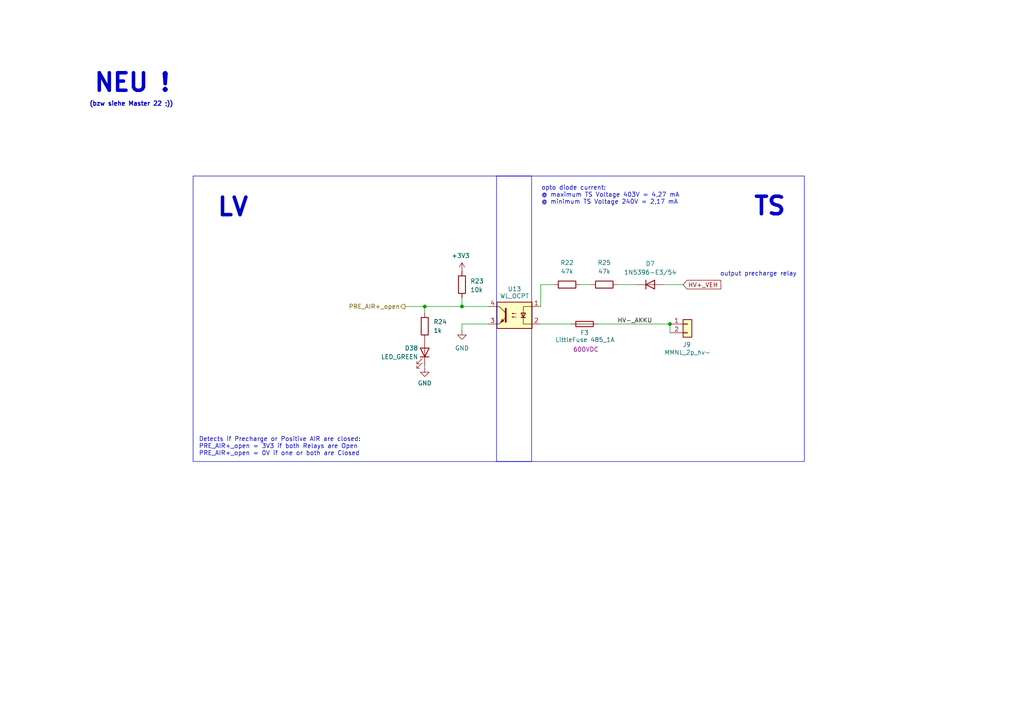
<source format=kicad_sch>
(kicad_sch
	(version 20231120)
	(generator "eeschema")
	(generator_version "8.0")
	(uuid "147e6aec-331a-4a67-bc56-2e8ecabcaa8b")
	(paper "A4")
	(lib_symbols
		(symbol "Connector_Generic:Conn_01x02"
			(pin_names
				(offset 1.016) hide)
			(exclude_from_sim no)
			(in_bom yes)
			(on_board yes)
			(property "Reference" "J"
				(at 0 2.54 0)
				(effects
					(font
						(size 1.27 1.27)
					)
				)
			)
			(property "Value" "Conn_01x02"
				(at 0 -5.08 0)
				(effects
					(font
						(size 1.27 1.27)
					)
				)
			)
			(property "Footprint" ""
				(at 0 0 0)
				(effects
					(font
						(size 1.27 1.27)
					)
					(hide yes)
				)
			)
			(property "Datasheet" "~"
				(at 0 0 0)
				(effects
					(font
						(size 1.27 1.27)
					)
					(hide yes)
				)
			)
			(property "Description" "Generic connector, single row, 01x02, script generated (kicad-library-utils/schlib/autogen/connector/)"
				(at 0 0 0)
				(effects
					(font
						(size 1.27 1.27)
					)
					(hide yes)
				)
			)
			(property "ki_keywords" "connector"
				(at 0 0 0)
				(effects
					(font
						(size 1.27 1.27)
					)
					(hide yes)
				)
			)
			(property "ki_fp_filters" "Connector*:*_1x??_*"
				(at 0 0 0)
				(effects
					(font
						(size 1.27 1.27)
					)
					(hide yes)
				)
			)
			(symbol "Conn_01x02_1_1"
				(rectangle
					(start -1.27 -2.413)
					(end 0 -2.667)
					(stroke
						(width 0.1524)
						(type default)
					)
					(fill
						(type none)
					)
				)
				(rectangle
					(start -1.27 0.127)
					(end 0 -0.127)
					(stroke
						(width 0.1524)
						(type default)
					)
					(fill
						(type none)
					)
				)
				(rectangle
					(start -1.27 1.27)
					(end 1.27 -3.81)
					(stroke
						(width 0.254)
						(type default)
					)
					(fill
						(type background)
					)
				)
				(pin passive line
					(at -5.08 0 0)
					(length 3.81)
					(name "Pin_1"
						(effects
							(font
								(size 1.27 1.27)
							)
						)
					)
					(number "1"
						(effects
							(font
								(size 1.27 1.27)
							)
						)
					)
				)
				(pin passive line
					(at -5.08 -2.54 0)
					(length 3.81)
					(name "Pin_2"
						(effects
							(font
								(size 1.27 1.27)
							)
						)
					)
					(number "2"
						(effects
							(font
								(size 1.27 1.27)
							)
						)
					)
				)
			)
		)
		(symbol "Device:D"
			(pin_numbers hide)
			(pin_names
				(offset 1.016) hide)
			(exclude_from_sim no)
			(in_bom yes)
			(on_board yes)
			(property "Reference" "D"
				(at 0 2.54 0)
				(effects
					(font
						(size 1.27 1.27)
					)
				)
			)
			(property "Value" "D"
				(at 0 -2.54 0)
				(effects
					(font
						(size 1.27 1.27)
					)
				)
			)
			(property "Footprint" ""
				(at 0 0 0)
				(effects
					(font
						(size 1.27 1.27)
					)
					(hide yes)
				)
			)
			(property "Datasheet" "~"
				(at 0 0 0)
				(effects
					(font
						(size 1.27 1.27)
					)
					(hide yes)
				)
			)
			(property "Description" "Diode"
				(at 0 0 0)
				(effects
					(font
						(size 1.27 1.27)
					)
					(hide yes)
				)
			)
			(property "ki_keywords" "diode"
				(at 0 0 0)
				(effects
					(font
						(size 1.27 1.27)
					)
					(hide yes)
				)
			)
			(property "ki_fp_filters" "TO-???* *_Diode_* *SingleDiode* D_*"
				(at 0 0 0)
				(effects
					(font
						(size 1.27 1.27)
					)
					(hide yes)
				)
			)
			(symbol "D_0_1"
				(polyline
					(pts
						(xy -1.27 1.27) (xy -1.27 -1.27)
					)
					(stroke
						(width 0.254)
						(type default)
					)
					(fill
						(type none)
					)
				)
				(polyline
					(pts
						(xy 1.27 0) (xy -1.27 0)
					)
					(stroke
						(width 0)
						(type default)
					)
					(fill
						(type none)
					)
				)
				(polyline
					(pts
						(xy 1.27 1.27) (xy 1.27 -1.27) (xy -1.27 0) (xy 1.27 1.27)
					)
					(stroke
						(width 0.254)
						(type default)
					)
					(fill
						(type none)
					)
				)
			)
			(symbol "D_1_1"
				(pin passive line
					(at -3.81 0 0)
					(length 2.54)
					(name "K"
						(effects
							(font
								(size 1.27 1.27)
							)
						)
					)
					(number "1"
						(effects
							(font
								(size 1.27 1.27)
							)
						)
					)
				)
				(pin passive line
					(at 3.81 0 180)
					(length 2.54)
					(name "A"
						(effects
							(font
								(size 1.27 1.27)
							)
						)
					)
					(number "2"
						(effects
							(font
								(size 1.27 1.27)
							)
						)
					)
				)
			)
		)
		(symbol "Device:LED"
			(pin_numbers hide)
			(pin_names
				(offset 1.016) hide)
			(exclude_from_sim no)
			(in_bom yes)
			(on_board yes)
			(property "Reference" "D"
				(at 0 2.54 0)
				(effects
					(font
						(size 1.27 1.27)
					)
				)
			)
			(property "Value" "LED"
				(at 0 -2.54 0)
				(effects
					(font
						(size 1.27 1.27)
					)
				)
			)
			(property "Footprint" ""
				(at 0 0 0)
				(effects
					(font
						(size 1.27 1.27)
					)
					(hide yes)
				)
			)
			(property "Datasheet" "~"
				(at 0 0 0)
				(effects
					(font
						(size 1.27 1.27)
					)
					(hide yes)
				)
			)
			(property "Description" "Light emitting diode"
				(at 0 0 0)
				(effects
					(font
						(size 1.27 1.27)
					)
					(hide yes)
				)
			)
			(property "ki_keywords" "LED diode"
				(at 0 0 0)
				(effects
					(font
						(size 1.27 1.27)
					)
					(hide yes)
				)
			)
			(property "ki_fp_filters" "LED* LED_SMD:* LED_THT:*"
				(at 0 0 0)
				(effects
					(font
						(size 1.27 1.27)
					)
					(hide yes)
				)
			)
			(symbol "LED_0_1"
				(polyline
					(pts
						(xy -1.27 -1.27) (xy -1.27 1.27)
					)
					(stroke
						(width 0.254)
						(type default)
					)
					(fill
						(type none)
					)
				)
				(polyline
					(pts
						(xy -1.27 0) (xy 1.27 0)
					)
					(stroke
						(width 0)
						(type default)
					)
					(fill
						(type none)
					)
				)
				(polyline
					(pts
						(xy 1.27 -1.27) (xy 1.27 1.27) (xy -1.27 0) (xy 1.27 -1.27)
					)
					(stroke
						(width 0.254)
						(type default)
					)
					(fill
						(type none)
					)
				)
				(polyline
					(pts
						(xy -3.048 -0.762) (xy -4.572 -2.286) (xy -3.81 -2.286) (xy -4.572 -2.286) (xy -4.572 -1.524)
					)
					(stroke
						(width 0)
						(type default)
					)
					(fill
						(type none)
					)
				)
				(polyline
					(pts
						(xy -1.778 -0.762) (xy -3.302 -2.286) (xy -2.54 -2.286) (xy -3.302 -2.286) (xy -3.302 -1.524)
					)
					(stroke
						(width 0)
						(type default)
					)
					(fill
						(type none)
					)
				)
			)
			(symbol "LED_1_1"
				(pin passive line
					(at -3.81 0 0)
					(length 2.54)
					(name "K"
						(effects
							(font
								(size 1.27 1.27)
							)
						)
					)
					(number "1"
						(effects
							(font
								(size 1.27 1.27)
							)
						)
					)
				)
				(pin passive line
					(at 3.81 0 180)
					(length 2.54)
					(name "A"
						(effects
							(font
								(size 1.27 1.27)
							)
						)
					)
					(number "2"
						(effects
							(font
								(size 1.27 1.27)
							)
						)
					)
				)
			)
		)
		(symbol "Device:R"
			(pin_numbers hide)
			(pin_names
				(offset 0)
			)
			(exclude_from_sim no)
			(in_bom yes)
			(on_board yes)
			(property "Reference" "R"
				(at 2.032 0 90)
				(effects
					(font
						(size 1.27 1.27)
					)
				)
			)
			(property "Value" "R"
				(at 0 0 90)
				(effects
					(font
						(size 1.27 1.27)
					)
				)
			)
			(property "Footprint" ""
				(at -1.778 0 90)
				(effects
					(font
						(size 1.27 1.27)
					)
					(hide yes)
				)
			)
			(property "Datasheet" "~"
				(at 0 0 0)
				(effects
					(font
						(size 1.27 1.27)
					)
					(hide yes)
				)
			)
			(property "Description" "Resistor"
				(at 0 0 0)
				(effects
					(font
						(size 1.27 1.27)
					)
					(hide yes)
				)
			)
			(property "ki_keywords" "R res resistor"
				(at 0 0 0)
				(effects
					(font
						(size 1.27 1.27)
					)
					(hide yes)
				)
			)
			(property "ki_fp_filters" "R_*"
				(at 0 0 0)
				(effects
					(font
						(size 1.27 1.27)
					)
					(hide yes)
				)
			)
			(symbol "R_0_1"
				(rectangle
					(start -1.016 -2.54)
					(end 1.016 2.54)
					(stroke
						(width 0.254)
						(type default)
					)
					(fill
						(type none)
					)
				)
			)
			(symbol "R_1_1"
				(pin passive line
					(at 0 3.81 270)
					(length 1.27)
					(name "~"
						(effects
							(font
								(size 1.27 1.27)
							)
						)
					)
					(number "1"
						(effects
							(font
								(size 1.27 1.27)
							)
						)
					)
				)
				(pin passive line
					(at 0 -3.81 90)
					(length 1.27)
					(name "~"
						(effects
							(font
								(size 1.27 1.27)
							)
						)
					)
					(number "2"
						(effects
							(font
								(size 1.27 1.27)
							)
						)
					)
				)
			)
		)
		(symbol "FaSTTUBe_Fuses:485_1A"
			(pin_numbers hide)
			(pin_names
				(offset 0)
			)
			(exclude_from_sim no)
			(in_bom yes)
			(on_board yes)
			(property "Reference" "F"
				(at 2.032 0 90)
				(effects
					(font
						(size 1.27 1.27)
					)
				)
			)
			(property "Value" "485_1A"
				(at -5.08 0 90)
				(effects
					(font
						(size 1.27 1.27)
					)
				)
			)
			(property "Footprint" "FaSTTUBe_Fuses:Littelfuse_485"
				(at 5.08 0 90)
				(effects
					(font
						(size 1.27 1.27)
					)
					(hide yes)
				)
			)
			(property "Datasheet" "~"
				(at 0 0 0)
				(effects
					(font
						(size 1.27 1.27)
					)
					(hide yes)
				)
			)
			(property "Description" "Littelfuse 485 Series 600Vdc, 1A"
				(at 0 0 0)
				(effects
					(font
						(size 1.27 1.27)
					)
					(hide yes)
				)
			)
			(property "Voltage" "600VDC"
				(at -2.54 0 90)
				(effects
					(font
						(size 1.27 1.27)
					)
				)
			)
			(property "ki_keywords" "fuse"
				(at 0 0 0)
				(effects
					(font
						(size 1.27 1.27)
					)
					(hide yes)
				)
			)
			(property "ki_fp_filters" "*Fuse*"
				(at 0 0 0)
				(effects
					(font
						(size 1.27 1.27)
					)
					(hide yes)
				)
			)
			(symbol "485_1A_0_1"
				(rectangle
					(start -0.762 -2.54)
					(end 0.762 2.54)
					(stroke
						(width 0.254)
						(type default)
					)
					(fill
						(type none)
					)
				)
				(polyline
					(pts
						(xy 0 2.54) (xy 0 -2.54)
					)
					(stroke
						(width 0)
						(type default)
					)
					(fill
						(type none)
					)
				)
			)
			(symbol "485_1A_1_1"
				(pin passive line
					(at 0 3.81 270)
					(length 1.27)
					(name "~"
						(effects
							(font
								(size 1.27 1.27)
							)
						)
					)
					(number "1"
						(effects
							(font
								(size 1.27 1.27)
							)
						)
					)
				)
				(pin passive line
					(at 0 -3.81 90)
					(length 1.27)
					(name "~"
						(effects
							(font
								(size 1.27 1.27)
							)
						)
					)
					(number "2"
						(effects
							(font
								(size 1.27 1.27)
							)
						)
					)
				)
			)
		)
		(symbol "Isolator:FODM217A"
			(exclude_from_sim no)
			(in_bom yes)
			(on_board yes)
			(property "Reference" "U4"
				(at 1.27 7.62 0)
				(effects
					(font
						(size 1.27 1.27)
					)
				)
			)
			(property "Value" "WL_OCDA"
				(at 1.27 5.588 0)
				(effects
					(font
						(size 1.27 1.27)
					)
				)
			)
			(property "Footprint" "Package_SO:SOP-4_4.4x2.6mm_P1.27mm"
				(at 0 -5.08 0)
				(effects
					(font
						(size 1.27 1.27)
						(italic yes)
					)
					(hide yes)
				)
			)
			(property "Datasheet" ""
				(at 0 0 0)
				(effects
					(font
						(size 1.27 1.27)
					)
					(justify left)
					(hide yes)
				)
			)
			(property "Description" "141352145000"
				(at 0 0 0)
				(effects
					(font
						(size 1.27 1.27)
					)
					(hide yes)
				)
			)
			(property "ki_keywords" "DC Phototransistor Optocoupler"
				(at 0 0 0)
				(effects
					(font
						(size 1.27 1.27)
					)
					(hide yes)
				)
			)
			(property "ki_fp_filters" "SOP*4.4x2.6mm*P1.27mm*"
				(at 0 0 0)
				(effects
					(font
						(size 1.27 1.27)
					)
					(hide yes)
				)
			)
			(symbol "FODM217A_0_1"
				(rectangle
					(start -5.08 3.81)
					(end 5.08 -3.81)
					(stroke
						(width 0.254)
						(type default)
					)
					(fill
						(type background)
					)
				)
				(polyline
					(pts
						(xy -3.175 -0.635) (xy -1.905 -0.635)
					)
					(stroke
						(width 0.254)
						(type default)
					)
					(fill
						(type none)
					)
				)
				(polyline
					(pts
						(xy 2.54 0.635) (xy 4.445 2.54)
					)
					(stroke
						(width 0)
						(type default)
					)
					(fill
						(type none)
					)
				)
				(polyline
					(pts
						(xy 4.445 -2.54) (xy 2.54 -0.635)
					)
					(stroke
						(width 0)
						(type default)
					)
					(fill
						(type outline)
					)
				)
				(polyline
					(pts
						(xy 4.445 -2.54) (xy 5.08 -2.54)
					)
					(stroke
						(width 0)
						(type default)
					)
					(fill
						(type none)
					)
				)
				(polyline
					(pts
						(xy 4.445 2.54) (xy 5.08 2.54)
					)
					(stroke
						(width 0)
						(type default)
					)
					(fill
						(type none)
					)
				)
				(polyline
					(pts
						(xy -5.08 2.54) (xy -2.54 2.54) (xy -2.54 -0.635)
					)
					(stroke
						(width 0)
						(type default)
					)
					(fill
						(type none)
					)
				)
				(polyline
					(pts
						(xy -2.54 -0.635) (xy -2.54 -2.54) (xy -5.08 -2.54)
					)
					(stroke
						(width 0)
						(type default)
					)
					(fill
						(type none)
					)
				)
				(polyline
					(pts
						(xy 2.54 1.905) (xy 2.54 -1.905) (xy 2.54 -1.905)
					)
					(stroke
						(width 0.508)
						(type default)
					)
					(fill
						(type none)
					)
				)
				(polyline
					(pts
						(xy -2.54 -0.635) (xy -3.175 0.635) (xy -1.905 0.635) (xy -2.54 -0.635)
					)
					(stroke
						(width 0.254)
						(type default)
					)
					(fill
						(type none)
					)
				)
				(polyline
					(pts
						(xy -0.508 -0.508) (xy 0.762 -0.508) (xy 0.381 -0.635) (xy 0.381 -0.381) (xy 0.762 -0.508)
					)
					(stroke
						(width 0)
						(type default)
					)
					(fill
						(type none)
					)
				)
				(polyline
					(pts
						(xy -0.508 0.508) (xy 0.762 0.508) (xy 0.381 0.381) (xy 0.381 0.635) (xy 0.762 0.508)
					)
					(stroke
						(width 0)
						(type default)
					)
					(fill
						(type none)
					)
				)
				(polyline
					(pts
						(xy 3.048 -1.651) (xy 3.556 -1.143) (xy 4.064 -2.159) (xy 3.048 -1.651) (xy 3.048 -1.651)
					)
					(stroke
						(width 0)
						(type default)
					)
					(fill
						(type outline)
					)
				)
			)
			(symbol "FODM217A_1_1"
				(pin passive line
					(at -7.62 2.54 0)
					(length 2.54)
					(name "~"
						(effects
							(font
								(size 1.27 1.27)
							)
						)
					)
					(number "1"
						(effects
							(font
								(size 1.27 1.27)
							)
						)
					)
				)
				(pin passive line
					(at -7.62 -2.54 0)
					(length 2.54)
					(name "~"
						(effects
							(font
								(size 1.27 1.27)
							)
						)
					)
					(number "2"
						(effects
							(font
								(size 1.27 1.27)
							)
						)
					)
				)
				(pin passive line
					(at 7.62 -2.54 180)
					(length 2.54)
					(name "~"
						(effects
							(font
								(size 1.27 1.27)
							)
						)
					)
					(number "3"
						(effects
							(font
								(size 1.27 1.27)
							)
						)
					)
				)
				(pin passive line
					(at 7.62 2.54 180)
					(length 2.54)
					(name "~"
						(effects
							(font
								(size 1.27 1.27)
							)
						)
					)
					(number "4"
						(effects
							(font
								(size 1.27 1.27)
							)
						)
					)
				)
			)
		)
		(symbol "power:+3V3"
			(power)
			(pin_numbers hide)
			(pin_names
				(offset 0) hide)
			(exclude_from_sim no)
			(in_bom yes)
			(on_board yes)
			(property "Reference" "#PWR"
				(at 0 -3.81 0)
				(effects
					(font
						(size 1.27 1.27)
					)
					(hide yes)
				)
			)
			(property "Value" "+3V3"
				(at 0 3.556 0)
				(effects
					(font
						(size 1.27 1.27)
					)
				)
			)
			(property "Footprint" ""
				(at 0 0 0)
				(effects
					(font
						(size 1.27 1.27)
					)
					(hide yes)
				)
			)
			(property "Datasheet" ""
				(at 0 0 0)
				(effects
					(font
						(size 1.27 1.27)
					)
					(hide yes)
				)
			)
			(property "Description" "Power symbol creates a global label with name \"+3V3\""
				(at 0 0 0)
				(effects
					(font
						(size 1.27 1.27)
					)
					(hide yes)
				)
			)
			(property "ki_keywords" "global power"
				(at 0 0 0)
				(effects
					(font
						(size 1.27 1.27)
					)
					(hide yes)
				)
			)
			(symbol "+3V3_0_1"
				(polyline
					(pts
						(xy -0.762 1.27) (xy 0 2.54)
					)
					(stroke
						(width 0)
						(type default)
					)
					(fill
						(type none)
					)
				)
				(polyline
					(pts
						(xy 0 0) (xy 0 2.54)
					)
					(stroke
						(width 0)
						(type default)
					)
					(fill
						(type none)
					)
				)
				(polyline
					(pts
						(xy 0 2.54) (xy 0.762 1.27)
					)
					(stroke
						(width 0)
						(type default)
					)
					(fill
						(type none)
					)
				)
			)
			(symbol "+3V3_1_1"
				(pin power_in line
					(at 0 0 90)
					(length 0)
					(name "~"
						(effects
							(font
								(size 1.27 1.27)
							)
						)
					)
					(number "1"
						(effects
							(font
								(size 1.27 1.27)
							)
						)
					)
				)
			)
		)
		(symbol "power:GND"
			(power)
			(pin_numbers hide)
			(pin_names
				(offset 0) hide)
			(exclude_from_sim no)
			(in_bom yes)
			(on_board yes)
			(property "Reference" "#PWR"
				(at 0 -6.35 0)
				(effects
					(font
						(size 1.27 1.27)
					)
					(hide yes)
				)
			)
			(property "Value" "GND"
				(at 0 -3.81 0)
				(effects
					(font
						(size 1.27 1.27)
					)
				)
			)
			(property "Footprint" ""
				(at 0 0 0)
				(effects
					(font
						(size 1.27 1.27)
					)
					(hide yes)
				)
			)
			(property "Datasheet" ""
				(at 0 0 0)
				(effects
					(font
						(size 1.27 1.27)
					)
					(hide yes)
				)
			)
			(property "Description" "Power symbol creates a global label with name \"GND\" , ground"
				(at 0 0 0)
				(effects
					(font
						(size 1.27 1.27)
					)
					(hide yes)
				)
			)
			(property "ki_keywords" "global power"
				(at 0 0 0)
				(effects
					(font
						(size 1.27 1.27)
					)
					(hide yes)
				)
			)
			(symbol "GND_0_1"
				(polyline
					(pts
						(xy 0 0) (xy 0 -1.27) (xy 1.27 -1.27) (xy 0 -2.54) (xy -1.27 -1.27) (xy 0 -1.27)
					)
					(stroke
						(width 0)
						(type default)
					)
					(fill
						(type none)
					)
				)
			)
			(symbol "GND_1_1"
				(pin power_in line
					(at 0 0 270)
					(length 0)
					(name "~"
						(effects
							(font
								(size 1.27 1.27)
							)
						)
					)
					(number "1"
						(effects
							(font
								(size 1.27 1.27)
							)
						)
					)
				)
			)
		)
	)
	(junction
		(at 123.19 88.9)
		(diameter 0)
		(color 0 0 0 0)
		(uuid "35e71489-103b-489c-bf28-4add031872bd")
	)
	(junction
		(at 194.31 93.98)
		(diameter 0)
		(color 0 0 0 0)
		(uuid "4317e541-6f8d-4f01-813e-5bb5a099a361")
	)
	(junction
		(at 133.985 88.9)
		(diameter 0)
		(color 0 0 0 0)
		(uuid "dc8f0e16-e756-4195-9ab7-b783d2d40ddd")
	)
	(wire
		(pts
			(xy 173.355 93.98) (xy 194.31 93.98)
		)
		(stroke
			(width 0)
			(type default)
		)
		(uuid "21c922c4-52b3-4aef-8b9c-24a5339fbc0e")
	)
	(wire
		(pts
			(xy 123.19 90.805) (xy 123.19 88.9)
		)
		(stroke
			(width 0)
			(type default)
		)
		(uuid "2b74c7f5-29e3-43c6-9b8e-a3c4028200ac")
	)
	(wire
		(pts
			(xy 179.07 82.55) (xy 184.785 82.55)
		)
		(stroke
			(width 0)
			(type default)
		)
		(uuid "2cf17f9d-09cd-4cf4-a107-3c1a1b2f52b8")
	)
	(wire
		(pts
			(xy 192.405 82.55) (xy 198.12 82.55)
		)
		(stroke
			(width 0)
			(type default)
		)
		(uuid "3c1b7ab8-dc73-43a9-b854-0d74a410f323")
	)
	(wire
		(pts
			(xy 123.19 88.9) (xy 133.985 88.9)
		)
		(stroke
			(width 0)
			(type default)
		)
		(uuid "50869dfd-a745-49af-b179-508b0fbf13b2")
	)
	(wire
		(pts
			(xy 194.31 93.98) (xy 194.31 96.52)
		)
		(stroke
			(width 0)
			(type default)
		)
		(uuid "6c5b4f5b-9046-41c3-8921-e56002edad84")
	)
	(wire
		(pts
			(xy 168.275 82.55) (xy 171.45 82.55)
		)
		(stroke
			(width 0)
			(type default)
		)
		(uuid "7912bf64-d739-4ff1-8d14-f38fd680be28")
	)
	(wire
		(pts
			(xy 117.475 88.9) (xy 123.19 88.9)
		)
		(stroke
			(width 0)
			(type default)
		)
		(uuid "7a893ff7-9d23-4a68-8c48-0f13785f7221")
	)
	(wire
		(pts
			(xy 156.845 93.98) (xy 165.735 93.98)
		)
		(stroke
			(width 0)
			(type default)
		)
		(uuid "7d9021ae-2354-449d-b4e8-b723040b4c85")
	)
	(wire
		(pts
			(xy 133.985 95.885) (xy 133.985 93.98)
		)
		(stroke
			(width 0)
			(type default)
		)
		(uuid "95d3d2ba-60e0-46c6-912a-d230173a9267")
	)
	(wire
		(pts
			(xy 156.845 82.55) (xy 160.655 82.55)
		)
		(stroke
			(width 0)
			(type default)
		)
		(uuid "9b5a8e3a-a60e-435e-980b-88c13ae80855")
	)
	(wire
		(pts
			(xy 133.985 86.36) (xy 133.985 88.9)
		)
		(stroke
			(width 0)
			(type default)
		)
		(uuid "a40bccd4-f801-441a-8a84-b67eb282c3aa")
	)
	(wire
		(pts
			(xy 123.19 106.68) (xy 123.19 106.045)
		)
		(stroke
			(width 0)
			(type default)
		)
		(uuid "b341459c-74b4-4deb-bc92-b9c22162f9ab")
	)
	(wire
		(pts
			(xy 156.845 82.55) (xy 156.845 88.9)
		)
		(stroke
			(width 0)
			(type default)
		)
		(uuid "e651083f-a660-4b21-bed2-5310f84d55dc")
	)
	(wire
		(pts
			(xy 133.985 88.9) (xy 141.605 88.9)
		)
		(stroke
			(width 0)
			(type default)
		)
		(uuid "e821dad4-9261-4aab-a9a6-fafa560a6adb")
	)
	(wire
		(pts
			(xy 133.985 93.98) (xy 141.605 93.98)
		)
		(stroke
			(width 0)
			(type default)
		)
		(uuid "ed82b0ef-233b-445e-ad4f-19bc23585345")
	)
	(rectangle
		(start 144.018 51.054)
		(end 154.178 133.858)
		(stroke
			(width 0)
			(type default)
		)
		(fill
			(type none)
		)
		(uuid bd18933d-e4fb-45ca-b0c6-70fbd94acf38)
	)
	(rectangle
		(start 56.007 51.054)
		(end 233.299 133.858)
		(stroke
			(width 0)
			(type default)
		)
		(fill
			(type none)
		)
		(uuid cfa3ce83-a4c7-4028-a13b-f95170c7c6d6)
	)
	(text "output precharge relay"
		(exclude_from_sim no)
		(at 219.964 79.502 0)
		(effects
			(font
				(size 1.27 1.27)
			)
		)
		(uuid "1da9d064-f97b-4474-95a0-163f901aa209")
	)
	(text "(bzw siehe Master 22 ;))"
		(exclude_from_sim no)
		(at 38.1 30.226 0)
		(effects
			(font
				(size 1.27 1.27)
				(bold yes)
			)
		)
		(uuid "23a9f6c2-faff-41cb-a88f-a0612b5fe23e")
	)
	(text "Detects if Precharge or Positive AIR are closed:\nPRE_AIR+_open = 3V3 if both Relays are Open\nPRE_AIR+_open = 0V if one or both are Closed "
		(exclude_from_sim no)
		(at 57.658 132.334 0)
		(effects
			(font
				(size 1.27 1.27)
			)
			(justify left bottom)
		)
		(uuid "27fc8c63-bf68-4bcc-8c4e-45e741bd7282")
	)
	(text "LV"
		(exclude_from_sim no)
		(at 67.564 60.198 0)
		(effects
			(font
				(size 5.08 5.08)
				(thickness 1.016)
				(bold yes)
			)
		)
		(uuid "287bd5b3-90bf-47e8-a99a-1d46e3229eee")
	)
	(text "NEU !"
		(exclude_from_sim no)
		(at 38.354 24.13 0)
		(effects
			(font
				(size 5.08 5.08)
				(thickness 1.016)
				(bold yes)
			)
		)
		(uuid "8e2a41b3-a14d-47ea-b3fe-ca974fcea2aa")
	)
	(text "TS"
		(exclude_from_sim no)
		(at 223.266 59.944 0)
		(effects
			(font
				(size 5.08 5.08)
				(thickness 1.016)
				(bold yes)
			)
		)
		(uuid "b075c53d-92c9-456d-abf7-eed816b092d6")
	)
	(text "opto diode current:\n@ maximum TS Voltage 403V = 4,27 mA\n@ minimum TS Voltage 240V = 2,17 mA"
		(exclude_from_sim no)
		(at 156.972 56.642 0)
		(effects
			(font
				(size 1.27 1.27)
			)
			(justify left)
		)
		(uuid "d4b04a63-fe59-4b72-943d-35207f31044c")
	)
	(label "HV-_AKKU"
		(at 179.07 93.98 0)
		(fields_autoplaced yes)
		(effects
			(font
				(size 1.27 1.27)
			)
			(justify left bottom)
		)
		(uuid "95509a72-45dd-4cf0-ab2d-f7da0663a473")
	)
	(global_label "HV+_VEH"
		(shape input)
		(at 198.12 82.55 0)
		(fields_autoplaced yes)
		(effects
			(font
				(size 1.27 1.27)
			)
			(justify left)
		)
		(uuid "d02a03da-4633-4a77-a066-2272afd87b31")
		(property "Intersheetrefs" "${INTERSHEET_REFS}"
			(at 209.6324 82.55 0)
			(effects
				(font
					(size 1.27 1.27)
				)
				(justify left)
				(hide yes)
			)
		)
	)
	(hierarchical_label "PRE_AIR+_open"
		(shape output)
		(at 117.475 88.9 180)
		(fields_autoplaced yes)
		(effects
			(font
				(size 1.27 1.27)
			)
			(justify right)
		)
		(uuid "3f6aea03-b548-479e-aafe-ee682c3ed582")
	)
	(symbol
		(lib_id "Device:R")
		(at 123.19 94.615 0)
		(unit 1)
		(exclude_from_sim no)
		(in_bom yes)
		(on_board yes)
		(dnp no)
		(fields_autoplaced yes)
		(uuid "3104ba72-246c-42e8-8cd4-03b963e106b5")
		(property "Reference" "R24"
			(at 125.73 93.3449 0)
			(effects
				(font
					(size 1.27 1.27)
				)
				(justify left)
			)
		)
		(property "Value" "1k"
			(at 125.73 95.8849 0)
			(effects
				(font
					(size 1.27 1.27)
				)
				(justify left)
			)
		)
		(property "Footprint" "Resistor_SMD:R_0603_1608Metric"
			(at 121.412 94.615 90)
			(effects
				(font
					(size 1.27 1.27)
				)
				(hide yes)
			)
		)
		(property "Datasheet" "~"
			(at 123.19 94.615 0)
			(effects
				(font
					(size 1.27 1.27)
				)
				(hide yes)
			)
		)
		(property "Description" "Resistor"
			(at 123.19 94.615 0)
			(effects
				(font
					(size 1.27 1.27)
				)
				(hide yes)
			)
		)
		(pin "2"
			(uuid "810e63bf-b9c5-4d77-83c1-44898b288015")
		)
		(pin "1"
			(uuid "ab1b6d8f-a14b-40db-96ed-62e024f68006")
		)
		(instances
			(project "Master_FT25"
				(path "/e63e39d7-6ac0-4ffd-8aa3-1841a4541b55/5ce1aa0c-f98f-4b94-80bd-f188cf4c57de/cbda76e2-9a35-4c57-88fc-51fcf41776aa"
					(reference "R24")
					(unit 1)
				)
			)
		)
	)
	(symbol
		(lib_id "power:+3V3")
		(at 133.985 78.74 0)
		(unit 1)
		(exclude_from_sim no)
		(in_bom yes)
		(on_board yes)
		(dnp no)
		(uuid "36250160-559d-463c-b874-6e474f00b333")
		(property "Reference" "#PWR029"
			(at 133.985 82.55 0)
			(effects
				(font
					(size 1.27 1.27)
				)
				(hide yes)
			)
		)
		(property "Value" "+3V3"
			(at 133.604 74.168 0)
			(effects
				(font
					(size 1.27 1.27)
				)
			)
		)
		(property "Footprint" ""
			(at 133.985 78.74 0)
			(effects
				(font
					(size 1.27 1.27)
				)
				(hide yes)
			)
		)
		(property "Datasheet" ""
			(at 133.985 78.74 0)
			(effects
				(font
					(size 1.27 1.27)
				)
				(hide yes)
			)
		)
		(property "Description" "Power symbol creates a global label with name \"+3V3\""
			(at 133.985 78.74 0)
			(effects
				(font
					(size 1.27 1.27)
				)
				(hide yes)
			)
		)
		(pin "1"
			(uuid "8c862918-1457-40b7-9a79-bf5759fd8dea")
		)
		(instances
			(project "Master_FT25"
				(path "/e63e39d7-6ac0-4ffd-8aa3-1841a4541b55/5ce1aa0c-f98f-4b94-80bd-f188cf4c57de/cbda76e2-9a35-4c57-88fc-51fcf41776aa"
					(reference "#PWR029")
					(unit 1)
				)
			)
		)
	)
	(symbol
		(lib_id "Device:R")
		(at 133.985 82.55 0)
		(unit 1)
		(exclude_from_sim no)
		(in_bom yes)
		(on_board yes)
		(dnp no)
		(uuid "38c1fba2-49db-4825-a944-b22a1f3a8158")
		(property "Reference" "R23"
			(at 136.398 81.534 0)
			(effects
				(font
					(size 1.27 1.27)
				)
				(justify left)
			)
		)
		(property "Value" "10k"
			(at 136.398 84.074 0)
			(effects
				(font
					(size 1.27 1.27)
				)
				(justify left)
			)
		)
		(property "Footprint" "Resistor_SMD:R_0603_1608Metric"
			(at 132.207 82.55 90)
			(effects
				(font
					(size 1.27 1.27)
				)
				(hide yes)
			)
		)
		(property "Datasheet" "~"
			(at 133.985 82.55 0)
			(effects
				(font
					(size 1.27 1.27)
				)
				(hide yes)
			)
		)
		(property "Description" "Resistor"
			(at 133.985 82.55 0)
			(effects
				(font
					(size 1.27 1.27)
				)
				(hide yes)
			)
		)
		(pin "2"
			(uuid "dcf8a911-87d7-44bb-942a-4b86583260eb")
		)
		(pin "1"
			(uuid "92ac60ee-41af-411c-b7af-4ba09a52526b")
		)
		(instances
			(project "Master_FT25"
				(path "/e63e39d7-6ac0-4ffd-8aa3-1841a4541b55/5ce1aa0c-f98f-4b94-80bd-f188cf4c57de/cbda76e2-9a35-4c57-88fc-51fcf41776aa"
					(reference "R23")
					(unit 1)
				)
			)
		)
	)
	(symbol
		(lib_id "power:GND")
		(at 123.19 106.68 0)
		(unit 1)
		(exclude_from_sim no)
		(in_bom yes)
		(on_board yes)
		(dnp no)
		(fields_autoplaced yes)
		(uuid "4e2944a2-b41a-43cf-9771-35871664078a")
		(property "Reference" "#PWR012"
			(at 123.19 113.03 0)
			(effects
				(font
					(size 1.27 1.27)
				)
				(hide yes)
			)
		)
		(property "Value" "GND"
			(at 123.19 111.125 0)
			(effects
				(font
					(size 1.27 1.27)
				)
			)
		)
		(property "Footprint" ""
			(at 123.19 106.68 0)
			(effects
				(font
					(size 1.27 1.27)
				)
				(hide yes)
			)
		)
		(property "Datasheet" ""
			(at 123.19 106.68 0)
			(effects
				(font
					(size 1.27 1.27)
				)
				(hide yes)
			)
		)
		(property "Description" "Power symbol creates a global label with name \"GND\" , ground"
			(at 123.19 106.68 0)
			(effects
				(font
					(size 1.27 1.27)
				)
				(hide yes)
			)
		)
		(pin "1"
			(uuid "504c4605-77e9-44d4-a90a-5f36250a54cd")
		)
		(instances
			(project "Master_FT25"
				(path "/e63e39d7-6ac0-4ffd-8aa3-1841a4541b55/5ce1aa0c-f98f-4b94-80bd-f188cf4c57de/cbda76e2-9a35-4c57-88fc-51fcf41776aa"
					(reference "#PWR012")
					(unit 1)
				)
			)
		)
	)
	(symbol
		(lib_id "FaSTTUBe_Fuses:485_1A")
		(at 169.545 93.98 270)
		(mirror x)
		(unit 1)
		(exclude_from_sim no)
		(in_bom yes)
		(on_board yes)
		(dnp no)
		(uuid "54ef7a2c-bf2f-43d8-b8a2-2e93bc8b6fd2")
		(property "Reference" "F3"
			(at 169.545 96.52 90)
			(effects
				(font
					(size 1.27 1.27)
				)
			)
		)
		(property "Value" "LittleFuse 485_1A"
			(at 169.672 98.552 90)
			(effects
				(font
					(size 1.27 1.27)
				)
			)
		)
		(property "Footprint" "FaSTTUBe_Fuses:Littelfuse_485"
			(at 169.545 88.9 90)
			(effects
				(font
					(size 1.27 1.27)
				)
				(hide yes)
			)
		)
		(property "Datasheet" "~"
			(at 169.545 93.98 0)
			(effects
				(font
					(size 1.27 1.27)
				)
				(hide yes)
			)
		)
		(property "Description" ""
			(at 169.545 93.98 0)
			(effects
				(font
					(size 1.27 1.27)
				)
				(hide yes)
			)
		)
		(property "Voltage" "600VDC"
			(at 169.926 101.346 90)
			(effects
				(font
					(size 1.27 1.27)
				)
			)
		)
		(pin "1"
			(uuid "bd4ffc8c-0d1c-402e-be92-623c7865d8a7")
		)
		(pin "2"
			(uuid "36e9931d-87d2-472d-9aa5-caa6f4e33320")
		)
		(instances
			(project "Master_FT25"
				(path "/e63e39d7-6ac0-4ffd-8aa3-1841a4541b55/5ce1aa0c-f98f-4b94-80bd-f188cf4c57de/cbda76e2-9a35-4c57-88fc-51fcf41776aa"
					(reference "F3")
					(unit 1)
				)
			)
		)
	)
	(symbol
		(lib_id "Isolator:FODM217A")
		(at 149.225 91.44 0)
		(mirror y)
		(unit 1)
		(exclude_from_sim no)
		(in_bom yes)
		(on_board yes)
		(dnp no)
		(uuid "5602afa6-f9ef-4f19-8f0f-ef4215cc8bf5")
		(property "Reference" "U13"
			(at 149.225 83.82 0)
			(effects
				(font
					(size 1.27 1.27)
				)
			)
		)
		(property "Value" "WL_OCPT"
			(at 149.225 85.852 0)
			(effects
				(font
					(size 1.27 1.27)
				)
			)
		)
		(property "Footprint" "Package_SO:SOP-4_3.8x4.1mm_P2.54mm"
			(at 149.225 96.52 0)
			(effects
				(font
					(size 1.27 1.27)
					(italic yes)
				)
				(hide yes)
			)
		)
		(property "Datasheet" "https://www.we-online.com/components/products/datasheet/140356145200.pdf"
			(at 149.225 91.44 0)
			(effects
				(font
					(size 1.27 1.27)
				)
				(justify left)
				(hide yes)
			)
		)
		(property "Description" "140356145200"
			(at 149.225 91.44 0)
			(effects
				(font
					(size 1.27 1.27)
				)
				(hide yes)
			)
		)
		(pin "3"
			(uuid "b8e5b9bf-22b7-4846-9a9d-56094a3542a6")
		)
		(pin "4"
			(uuid "d176df6a-a725-4a16-a173-71fce1c2b6bf")
		)
		(pin "1"
			(uuid "0905117f-a6f7-4e94-91b8-0877ecbfd52e")
		)
		(pin "2"
			(uuid "23164f79-1774-4e3e-af7b-d796103f05d8")
		)
		(instances
			(project "Master_FT25"
				(path "/e63e39d7-6ac0-4ffd-8aa3-1841a4541b55/5ce1aa0c-f98f-4b94-80bd-f188cf4c57de/cbda76e2-9a35-4c57-88fc-51fcf41776aa"
					(reference "U13")
					(unit 1)
				)
			)
		)
	)
	(symbol
		(lib_id "Device:D")
		(at 188.595 82.55 0)
		(unit 1)
		(exclude_from_sim no)
		(in_bom yes)
		(on_board yes)
		(dnp no)
		(uuid "636dc9ec-a29e-4e90-bfd2-97720cc58ee3")
		(property "Reference" "D7"
			(at 188.595 76.454 0)
			(effects
				(font
					(size 1.27 1.27)
				)
			)
		)
		(property "Value" "1N5396-E3/54"
			(at 188.595 78.994 0)
			(effects
				(font
					(size 1.27 1.27)
				)
			)
		)
		(property "Footprint" "Diode_THT:D_DO-41_SOD81_P12.70mm_Horizontal"
			(at 188.595 82.55 0)
			(effects
				(font
					(size 1.27 1.27)
				)
				(hide yes)
			)
		)
		(property "Datasheet" "https://www.vishay.com/docs/88514/1n5391.pdf"
			(at 188.595 82.55 0)
			(effects
				(font
					(size 1.27 1.27)
				)
				(hide yes)
			)
		)
		(property "Description" "500 V"
			(at 188.595 82.55 0)
			(effects
				(font
					(size 1.27 1.27)
				)
				(hide yes)
			)
		)
		(pin "1"
			(uuid "30e8bfff-b71d-46d3-b905-b64b1b5b4011")
		)
		(pin "2"
			(uuid "be9ec972-7872-4b3c-aa0e-70f92956a037")
		)
		(instances
			(project "Master_FT25"
				(path "/e63e39d7-6ac0-4ffd-8aa3-1841a4541b55/5ce1aa0c-f98f-4b94-80bd-f188cf4c57de/cbda76e2-9a35-4c57-88fc-51fcf41776aa"
					(reference "D7")
					(unit 1)
				)
			)
		)
	)
	(symbol
		(lib_id "Connector_Generic:Conn_01x02")
		(at 199.39 93.98 0)
		(unit 1)
		(exclude_from_sim no)
		(in_bom yes)
		(on_board yes)
		(dnp no)
		(uuid "9719f5f2-8a02-4ad3-a444-4255ef9d06f3")
		(property "Reference" "J9"
			(at 197.993 99.949 0)
			(effects
				(font
					(size 1.27 1.27)
				)
				(justify left)
			)
		)
		(property "Value" "MMNL_2p_hv-"
			(at 192.659 102.235 0)
			(effects
				(font
					(size 1.27 1.27)
				)
				(justify left)
			)
		)
		(property "Footprint" "FaSTTUBe_connectors:Micro_Mate-N-Lok_2p_vertical"
			(at 199.39 93.98 0)
			(effects
				(font
					(size 1.27 1.27)
				)
				(hide yes)
			)
		)
		(property "Datasheet" "~"
			(at 199.39 93.98 0)
			(effects
				(font
					(size 1.27 1.27)
				)
				(hide yes)
			)
		)
		(property "Description" "Generic connector, single row, 01x02, script generated (kicad-library-utils/schlib/autogen/connector/)"
			(at 199.39 93.98 0)
			(effects
				(font
					(size 1.27 1.27)
				)
				(hide yes)
			)
		)
		(property "Silkscreen" "HV-_Akku"
			(at 199.39 93.98 0)
			(effects
				(font
					(size 1.27 1.27)
				)
				(hide yes)
			)
		)
		(pin "2"
			(uuid "5e3d013a-51e3-4ff2-b3fe-2bb0101be1b5")
		)
		(pin "1"
			(uuid "d1e5b3d7-b398-4b28-a4dd-2e5e1dc80369")
		)
		(instances
			(project "Master_FT25"
				(path "/e63e39d7-6ac0-4ffd-8aa3-1841a4541b55/5ce1aa0c-f98f-4b94-80bd-f188cf4c57de/cbda76e2-9a35-4c57-88fc-51fcf41776aa"
					(reference "J9")
					(unit 1)
				)
			)
		)
	)
	(symbol
		(lib_id "Device:LED")
		(at 123.19 102.235 270)
		(mirror x)
		(unit 1)
		(exclude_from_sim no)
		(in_bom yes)
		(on_board yes)
		(dnp no)
		(uuid "9ef335ab-5957-411a-8599-60057756f9fb")
		(property "Reference" "D38"
			(at 121.285 100.965 90)
			(effects
				(font
					(size 1.27 1.27)
				)
				(justify right)
			)
		)
		(property "Value" "LED_GREEN"
			(at 121.285 103.505 90)
			(effects
				(font
					(size 1.27 1.27)
				)
				(justify right)
			)
		)
		(property "Footprint" "LED_SMD:LED_0603_1608Metric"
			(at 123.19 102.235 0)
			(effects
				(font
					(size 1.27 1.27)
				)
				(hide yes)
			)
		)
		(property "Datasheet" "~"
			(at 123.19 102.235 0)
			(effects
				(font
					(size 1.27 1.27)
				)
				(hide yes)
			)
		)
		(property "Description" "AIR+ and PC closed"
			(at 123.19 102.235 0)
			(effects
				(font
					(size 1.27 1.27)
				)
				(hide yes)
			)
		)
		(pin "1"
			(uuid "ef7519c0-50a6-4678-b2a6-d1e3e3199a59")
		)
		(pin "2"
			(uuid "100d8297-146a-489a-bf89-8f5f3f024b86")
		)
		(instances
			(project "Master_FT25"
				(path "/e63e39d7-6ac0-4ffd-8aa3-1841a4541b55/5ce1aa0c-f98f-4b94-80bd-f188cf4c57de/cbda76e2-9a35-4c57-88fc-51fcf41776aa"
					(reference "D38")
					(unit 1)
				)
			)
		)
	)
	(symbol
		(lib_id "power:GND")
		(at 133.985 95.885 0)
		(unit 1)
		(exclude_from_sim no)
		(in_bom yes)
		(on_board yes)
		(dnp no)
		(fields_autoplaced yes)
		(uuid "b7ef4b57-2a8b-497f-a7fa-e1903dd31328")
		(property "Reference" "#PWR015"
			(at 133.985 102.235 0)
			(effects
				(font
					(size 1.27 1.27)
				)
				(hide yes)
			)
		)
		(property "Value" "GND"
			(at 133.985 100.965 0)
			(effects
				(font
					(size 1.27 1.27)
				)
			)
		)
		(property "Footprint" ""
			(at 133.985 95.885 0)
			(effects
				(font
					(size 1.27 1.27)
				)
				(hide yes)
			)
		)
		(property "Datasheet" ""
			(at 133.985 95.885 0)
			(effects
				(font
					(size 1.27 1.27)
				)
				(hide yes)
			)
		)
		(property "Description" "Power symbol creates a global label with name \"GND\" , ground"
			(at 133.985 95.885 0)
			(effects
				(font
					(size 1.27 1.27)
				)
				(hide yes)
			)
		)
		(pin "1"
			(uuid "a7a049c7-492d-4aba-b3e2-e25f1d0a351d")
		)
		(instances
			(project "Master_FT25"
				(path "/e63e39d7-6ac0-4ffd-8aa3-1841a4541b55/5ce1aa0c-f98f-4b94-80bd-f188cf4c57de/cbda76e2-9a35-4c57-88fc-51fcf41776aa"
					(reference "#PWR015")
					(unit 1)
				)
			)
		)
	)
	(symbol
		(lib_id "Device:R")
		(at 164.465 82.55 270)
		(unit 1)
		(exclude_from_sim no)
		(in_bom yes)
		(on_board yes)
		(dnp no)
		(fields_autoplaced yes)
		(uuid "f2fa3891-5f4c-4e03-a00f-71ae3be0b749")
		(property "Reference" "R22"
			(at 164.465 76.2 90)
			(effects
				(font
					(size 1.27 1.27)
				)
			)
		)
		(property "Value" "47k"
			(at 164.465 78.74 90)
			(effects
				(font
					(size 1.27 1.27)
				)
			)
		)
		(property "Footprint" "Resistor_SMD:R_2010_5025Metric"
			(at 164.465 80.772 90)
			(effects
				(font
					(size 1.27 1.27)
				)
				(hide yes)
			)
		)
		(property "Datasheet" "https://www.mouser.de/ProductDetail/TE-Connectivity-Holsworthy/CRGP2010F47K?qs=wUXugUrL1qx%252BxxKxOzC7tQ%3D%3D"
			(at 164.465 82.55 0)
			(effects
				(font
					(size 1.27 1.27)
				)
				(hide yes)
			)
		)
		(property "Description" "Resistor 400V, 1.25 W"
			(at 164.465 82.55 0)
			(effects
				(font
					(size 1.27 1.27)
				)
				(hide yes)
			)
		)
		(pin "1"
			(uuid "6a0b96c2-14b1-4363-b3f0-636d3da81b3c")
		)
		(pin "2"
			(uuid "9da2d1b0-c768-465a-ac69-be5ad7373837")
		)
		(instances
			(project "Master_FT25"
				(path "/e63e39d7-6ac0-4ffd-8aa3-1841a4541b55/5ce1aa0c-f98f-4b94-80bd-f188cf4c57de/cbda76e2-9a35-4c57-88fc-51fcf41776aa"
					(reference "R22")
					(unit 1)
				)
			)
		)
	)
	(symbol
		(lib_id "Device:R")
		(at 175.26 82.55 270)
		(unit 1)
		(exclude_from_sim no)
		(in_bom yes)
		(on_board yes)
		(dnp no)
		(fields_autoplaced yes)
		(uuid "ff068258-5e8e-45b8-827e-07844c8e9d29")
		(property "Reference" "R25"
			(at 175.26 76.2 90)
			(effects
				(font
					(size 1.27 1.27)
				)
			)
		)
		(property "Value" "47k"
			(at 175.26 78.74 90)
			(effects
				(font
					(size 1.27 1.27)
				)
			)
		)
		(property "Footprint" "Resistor_SMD:R_2010_5025Metric"
			(at 175.26 80.772 90)
			(effects
				(font
					(size 1.27 1.27)
				)
				(hide yes)
			)
		)
		(property "Datasheet" "https://www.mouser.de/ProductDetail/TE-Connectivity-Holsworthy/CRGP2010F47K?qs=wUXugUrL1qx%252BxxKxOzC7tQ%3D%3D"
			(at 175.26 82.55 0)
			(effects
				(font
					(size 1.27 1.27)
				)
				(hide yes)
			)
		)
		(property "Description" "Resistor 400V, 1.25 W"
			(at 175.26 82.55 0)
			(effects
				(font
					(size 1.27 1.27)
				)
				(hide yes)
			)
		)
		(pin "1"
			(uuid "fd4e3a63-a173-4f90-be5c-b652cb18f0be")
		)
		(pin "2"
			(uuid "94a21468-4108-4c8c-9c31-d84a84668858")
		)
		(instances
			(project "Master_FT25"
				(path "/e63e39d7-6ac0-4ffd-8aa3-1841a4541b55/5ce1aa0c-f98f-4b94-80bd-f188cf4c57de/cbda76e2-9a35-4c57-88fc-51fcf41776aa"
					(reference "R25")
					(unit 1)
				)
			)
		)
	)
)

</source>
